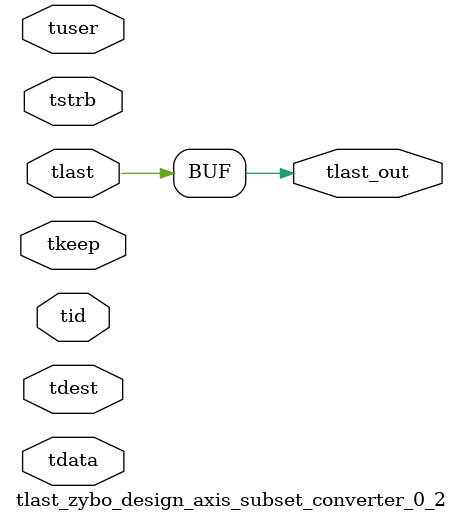
<source format=v>


`timescale 1ps/1ps

module tlast_zybo_design_axis_subset_converter_0_2 #
(
parameter C_S_AXIS_TID_WIDTH   = 1,
parameter C_S_AXIS_TUSER_WIDTH = 0,
parameter C_S_AXIS_TDATA_WIDTH = 0,
parameter C_S_AXIS_TDEST_WIDTH = 0
)
(
input  [(C_S_AXIS_TID_WIDTH   == 0 ? 1 : C_S_AXIS_TID_WIDTH)-1:0       ] tid,
input  [(C_S_AXIS_TDATA_WIDTH == 0 ? 1 : C_S_AXIS_TDATA_WIDTH)-1:0     ] tdata,
input  [(C_S_AXIS_TUSER_WIDTH == 0 ? 1 : C_S_AXIS_TUSER_WIDTH)-1:0     ] tuser,
input  [(C_S_AXIS_TDEST_WIDTH == 0 ? 1 : C_S_AXIS_TDEST_WIDTH)-1:0     ] tdest,
input  [(C_S_AXIS_TDATA_WIDTH/8)-1:0 ] tkeep,
input  [(C_S_AXIS_TDATA_WIDTH/8)-1:0 ] tstrb,
input  [0:0]                                                             tlast,
output                                                                   tlast_out
);

assign tlast_out = {tlast};

endmodule


</source>
